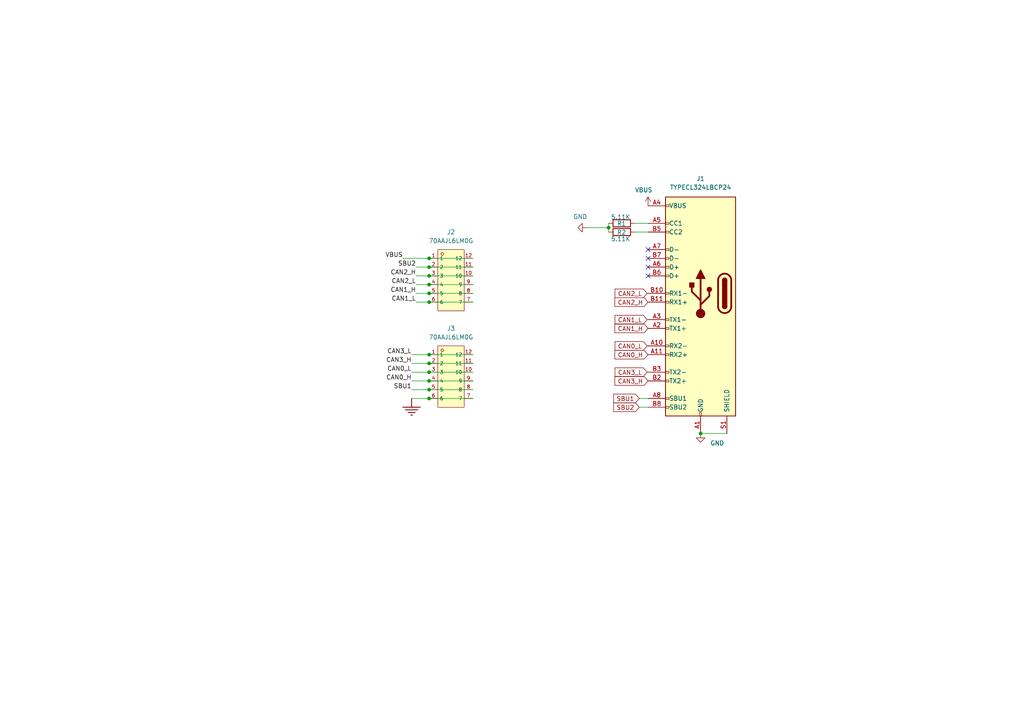
<source format=kicad_sch>
(kicad_sch (version 20250114) (generator "eeschema") (generator_version "9.0")
  (paper "A4")
  (lib_symbols
    (symbol "C3X Board-altium-import:GND" (power)
      (property "Reference" "#PWR" (at 0 0 0))
      (property "Value" "GND" (at 0 6.35 0))
      (symbol "GND_0_0"
        (polyline (pts (xy -2.54 -2.54) (xy 2.54 -2.54)) (stroke (width 0.254)))
        (polyline (pts (xy -1.778 -3.302) (xy 1.778 -3.302)) (stroke (width 0.254)))
        (polyline (pts (xy -1.016 -4.064) (xy 1.016 -4.064)) (stroke (width 0.254)))
        (polyline (pts (xy -0.254 -4.826) (xy 0.254 -4.826)) (stroke (width 0.254)))
        (polyline (pts (xy 0 0) (xy 0 -2.54)) (stroke (width 0.254)))
        (pin power_in line (at 0 0 0) (length 0) (hide yes) (name "GND") (number ""))
      )
    )
    (symbol "Connector:USB_C_Receptacle" (pin_names (offset 1.016))
      (property "Reference" "J" (at -10.16 29.21 0))
      (property "Value" "USB_C_Receptacle" (at 10.16 29.21 0))
      (symbol "USB_C_Receptacle_0_0"
        (rectangle (start -0.254 -35.56) (end 0.254 -34.544))
        (rectangle (start 10.16 25.654) (end 9.144 25.146))
        (rectangle (start 10.16 20.574) (end 9.144 20.066))
        (rectangle (start 10.16 18.034) (end 9.144 17.526))
        (rectangle (start 10.16 12.954) (end 9.144 12.446))
        (rectangle (start 10.16 10.414) (end 9.144 9.906))
        (rectangle (start 10.16 7.874) (end 9.144 7.366))
        (rectangle (start 10.16 5.334) (end 9.144 4.826))
        (rectangle (start 10.16 0.254) (end 9.144 -0.254))
        (rectangle (start 10.16 -2.286) (end 9.144 -2.794))
        (rectangle (start 10.16 -7.366) (end 9.144 -7.874))
        (rectangle (start 10.16 -9.906) (end 9.144 -10.414))
        (rectangle (start 10.16 -14.986) (end 9.144 -15.494))
        (rectangle (start 10.16 -17.526) (end 9.144 -18.034))
        (rectangle (start 10.16 -22.606) (end 9.144 -23.114))
        (rectangle (start 10.16 -25.146) (end 9.144 -25.654))
        (rectangle (start 10.16 -30.226) (end 9.144 -30.734))
        (rectangle (start 10.16 -32.766) (end 9.144 -33.274))
      )
      (symbol "USB_C_Receptacle_0_1"
        (rectangle (start -10.16 27.94) (end 10.16 -35.56) (stroke (width 0.254)) (fill (type background)))
        (polyline (pts (xy -8.89 -3.81) (xy -8.89 3.81)) (stroke (width 0.508)))
        (rectangle (start -7.62 -3.81) (end -6.35 3.81) (stroke (width 0.254)) (fill (type outline)))
        (arc (start -7.62 3.81) (mid -6.985 4.4423) (end -6.35 3.81) (stroke (width 0.254)))
        (arc (start -7.62 3.81) (mid -6.985 4.4423) (end -6.35 3.81) (stroke (width 0.254)) (fill (type outline)))
        (arc (start -8.89 3.81) (mid -6.985 5.7067) (end -5.08 3.81) (stroke (width 0.508)))
        (arc (start -5.08 -3.81) (mid -6.985 -5.7067) (end -8.89 -3.81) (stroke (width 0.508)))
        (arc (start -6.35 -3.81) (mid -6.985 -4.4423) (end -7.62 -3.81) (stroke (width 0.254)))
        (arc (start -6.35 -3.81) (mid -6.985 -4.4423) (end -7.62 -3.81) (stroke (width 0.254)) (fill (type outline)))
        (polyline (pts (xy -5.08 3.81) (xy -5.08 -3.81)) (stroke (width 0.508)))
      )
      (symbol "USB_C_Receptacle_1_1"
        (circle (center -2.54 1.143) (radius 0.635) (stroke (width 0.254)) (fill (type outline)))
        (polyline (pts (xy -1.27 4.318) (xy 0 6.858) (xy 1.27 4.318) (xy -1.27 4.318)) (stroke (width 0.254)) (fill (type outline)))
        (polyline (pts (xy 0 -2.032) (xy 2.54 0.508) (xy 2.54 1.778)) (stroke (width 0.508)))
        (polyline (pts (xy 0 -3.302) (xy -2.54 -0.762) (xy -2.54 0.508)) (stroke (width 0.508)))
        (polyline (pts (xy 0 -5.842) (xy 0 4.318)) (stroke (width 0.508)))
        (circle (center 0 -5.842) (radius 1.27) (fill (type outline)))
        (rectangle (start 1.905 1.778) (end 3.175 3.048) (stroke (width 0.254)) (fill (type outline)))
        (pin passive line (at -7.62 -40.64 90) (length 5.08) (name "SHIELD") (number "S1"))
        (pin passive line (at 0 -40.64 90) (length 5.08) (name "GND") (number "A1"))
        (pin passive line (at 0 -40.64 90) (length 5.08) (hide yes) (name "GND") (number "A12"))
        (pin passive line (at 0 -40.64 90) (length 5.08) (hide yes) (name "GND") (number "B1"))
        (pin passive line (at 0 -40.64 90) (length 5.08) (hide yes) (name "GND") (number "B12"))
        (pin passive line (at 15.24 25.4 180) (length 5.08) (name "VBUS") (number "A4"))
        (pin passive line (at 15.24 25.4 180) (length 5.08) (hide yes) (name "VBUS") (number "A9"))
        (pin passive line (at 15.24 25.4 180) (length 5.08) (hide yes) (name "VBUS") (number "B4"))
        (pin passive line (at 15.24 25.4 180) (length 5.08) (hide yes) (name "VBUS") (number "B9"))
        (pin bidirectional line (at 15.24 20.32 180) (length 5.08) (name "CC1") (number "A5"))
        (pin bidirectional line (at 15.24 17.78 180) (length 5.08) (name "CC2") (number "B5"))
        (pin bidirectional line (at 15.24 12.7 180) (length 5.08) (name "D-") (number "A7"))
        (pin bidirectional line (at 15.24 10.16 180) (length 5.08) (name "D-") (number "B7"))
        (pin bidirectional line (at 15.24 7.62 180) (length 5.08) (name "D+") (number "A6"))
        (pin bidirectional line (at 15.24 5.08 180) (length 5.08) (name "D+") (number "B6"))
        (pin bidirectional line (at 15.24 0 180) (length 5.08) (name "RX1-") (number "B10"))
        (pin bidirectional line (at 15.24 -2.54 180) (length 5.08) (name "RX1+") (number "B11"))
        (pin bidirectional line (at 15.24 -7.62 180) (length 5.08) (name "TX1-") (number "A3"))
        (pin bidirectional line (at 15.24 -10.16 180) (length 5.08) (name "TX1+") (number "A2"))
        (pin bidirectional line (at 15.24 -15.24 180) (length 5.08) (name "RX2-") (number "A10"))
        (pin bidirectional line (at 15.24 -17.78 180) (length 5.08) (name "RX2+") (number "A11"))
        (pin bidirectional line (at 15.24 -22.86 180) (length 5.08) (name "TX2-") (number "B3"))
        (pin bidirectional line (at 15.24 -25.4 180) (length 5.08) (name "TX2+") (number "B2"))
        (pin bidirectional line (at 15.24 -30.48 180) (length 5.08) (name "SBU1") (number "A8"))
        (pin bidirectional line (at 15.24 -33.02 180) (length 5.08) (name "SBU2") (number "B8"))
      )
    )
    (symbol "Device:R" (pin_numbers (hide yes)) (pin_names (offset 0))
      (property "Reference" "R" (at 2.032 0 90))
      (property "Value" "R" (at 0 0 90))
      (symbol "R_0_1"
        (rectangle (start -1.016 -2.54) (end 1.016 2.54) (stroke (width 0.254)))
      )
      (symbol "R_1_1"
        (pin passive line (at 0 3.81 270) (length 1.27) (name "~") (number "1"))
        (pin passive line (at 0 -3.81 90) (length 1.27) (name "~") (number "2"))
      )
    )
    (symbol "jlc:70AAJ-6-M0G"
      (property "Reference" "U" (at 0 1.27 0))
      (property "Value" "70AAJ-6-M0G" (at 0 -2.54 0))
      (symbol "70AAJ-6-M0G_0_1"
        (rectangle (start -8.89 3.81) (end 8.89 -3.81) (fill (type background)))
        (circle (center -7.62 -2.54) (radius 0.381) (fill (type background)))
        (pin unspecified line (at -6.35 6.35 270) (length 2.54) (name "12") (number "12"))
        (pin unspecified line (at -6.35 -6.35 90) (length 2.54) (name "1") (number "1"))
        (pin unspecified line (at -3.81 6.35 270) (length 2.54) (name "11") (number "11"))
        (pin unspecified line (at -3.81 -6.35 90) (length 2.54) (name "2") (number "2"))
        (pin unspecified line (at -1.27 6.35 270) (length 2.54) (name "10") (number "10"))
        (pin unspecified line (at -1.27 -6.35 90) (length 2.54) (name "3") (number "3"))
        (pin unspecified line (at 1.27 6.35 270) (length 2.54) (name "9") (number "9"))
        (pin unspecified line (at 1.27 -6.35 90) (length 2.54) (name "4") (number "4"))
        (pin unspecified line (at 3.81 6.35 270) (length 2.54) (name "8") (number "8"))
        (pin unspecified line (at 3.81 -6.35 90) (length 2.54) (name "5") (number "5"))
        (pin unspecified line (at 6.35 6.35 270) (length 2.54) (name "7") (number "7"))
        (pin unspecified line (at 6.35 -6.35 90) (length 2.54) (name "6") (number "6"))
      )
    )
    (symbol "power:+12V" (power) (pin_names (offset 0))
      (property "Value" "+12V" (at 0 3.556 0))
      (symbol "+12V_0_1"
        (polyline (pts (xy -0.762 1.27) (xy 0 2.54)))
        (polyline (pts (xy 0 2.54) (xy 0.762 1.27)))
        (polyline (pts (xy 0 0) (xy 0 2.54)))
      )
      (symbol "+12V_1_1"
        (pin power_in line (at 0 0 90) (length 0) (hide yes) (name "+12V") (number "1"))
      )
    )
    (symbol "power:GND" (power) (pin_names (offset 0))
      (property "Value" "GND" (at 0 -3.81 0))
      (symbol "GND_0_1"
        (polyline (pts (xy 0 0) (xy 0 -1.27) (xy 1.27 -1.27) (xy 0 -2.54) (xy -1.27 -1.27) (xy 0 -1.27)))
      )
      (symbol "GND_1_1"
        (pin power_in line (at 0 0 270) (length 0) (hide yes) (name "GND") (number "1"))
      )
    )
  )
  (junction (at 124.46 82.55))
  (junction (at 176.53 66.04))
  (junction (at 124.46 113.03))
  (junction (at 124.46 80.01))
  (junction (at 124.46 87.63))
  (junction (at 124.46 115.57))
  (junction (at 124.46 85.09))
  (junction (at 124.46 110.49))
  (junction (at 124.46 74.93))
  (junction (at 124.46 107.95))
  (junction (at 124.46 105.41))
  (junction (at 203.2 125.73))
  (junction (at 124.46 102.87))
  (junction (at 124.46 77.47))
  (no_connect (at 187.96 74.93))
  (no_connect (at 187.96 80.01))
  (no_connect (at 187.96 72.39))
  (no_connect (at 187.96 77.47))
  (wire (pts (xy 120.65 82.55) (xy 124.46 82.55)))
  (wire (pts (xy 119.38 105.41) (xy 124.46 105.41)))
  (wire (pts (xy 124.46 87.63) (xy 137.16 87.63)))
  (wire (pts (xy 116.84 74.93) (xy 124.46 74.93)))
  (wire (pts (xy 124.46 77.47) (xy 137.16 77.47)))
  (wire (pts (xy 119.38 107.95) (xy 124.46 107.95)))
  (wire (pts (xy 124.46 113.03) (xy 137.16 113.03)))
  (wire (pts (xy 187.706 92.71) (xy 187.96 92.71)))
  (wire (pts (xy 176.53 66.04) (xy 176.53 67.31)))
  (wire (pts (xy 120.65 87.63) (xy 124.46 87.63)))
  (wire (pts (xy 187.706 100.33) (xy 187.96 100.33)))
  (wire (pts (xy 187.96 115.57) (xy 185.42 115.57)))
  (wire (pts (xy 184.15 67.31) (xy 187.96 67.31)))
  (wire (pts (xy 203.2 125.73) (xy 210.82 125.73)))
  (wire (pts (xy 119.38 115.57) (xy 124.46 115.57)))
  (wire (pts (xy 120.65 77.47) (xy 124.46 77.47)))
  (wire (pts (xy 119.38 102.87) (xy 124.46 102.87)))
  (wire (pts (xy 124.46 105.41) (xy 137.16 105.41)))
  (wire (pts (xy 119.38 110.49) (xy 124.46 110.49)))
  (wire (pts (xy 184.15 64.77) (xy 187.96 64.77)))
  (wire (pts (xy 124.46 107.95) (xy 137.16 107.95)))
  (wire (pts (xy 119.38 113.03) (xy 124.46 113.03)))
  (wire (pts (xy 124.46 74.93) (xy 137.16 74.93)))
  (wire (pts (xy 124.46 115.57) (xy 137.16 115.57)))
  (wire (pts (xy 124.46 85.09) (xy 137.16 85.09)))
  (wire (pts (xy 187.706 85.09) (xy 187.96 85.09)))
  (wire (pts (xy 124.46 110.49) (xy 137.16 110.49)))
  (wire (pts (xy 120.65 80.01) (xy 124.46 80.01)))
  (wire (pts (xy 170.18 66.04) (xy 176.53 66.04)))
  (wire (pts (xy 176.53 64.77) (xy 176.53 66.04)))
  (wire (pts (xy 124.46 82.55) (xy 137.16 82.55)))
  (wire (pts (xy 124.46 102.87) (xy 137.16 102.87)))
  (wire (pts (xy 187.96 118.11) (xy 185.42 118.11)))
  (wire (pts (xy 124.46 80.01) (xy 137.16 80.01)))
  (wire (pts (xy 187.706 107.95) (xy 187.96 107.95)))
  (wire (pts (xy 120.65 85.09) (xy 124.46 85.09)))
  (label "SBU2" (at 120.65 77.47 180))
  (label "CAN2_H" (at 120.65 80.01 180))
  (label "CAN0_H" (at 119.38 110.49 180))
  (label "CAN0_L" (at 119.38 107.95 180))
  (label "VBUS" (at 116.84 74.93 180))
  (label "CAN3_L" (at 119.38 102.87 180))
  (label "SBU1" (at 119.38 113.03 180))
  (label "CAN1_H" (at 120.65 85.09 180))
  (label "CAN1_L" (at 120.65 87.63 180))
  (label "CAN3_H" (at 119.38 105.41 180))
  (label "CAN2_L" (at 120.65 82.55 180))
  (global_label "SBU2" (shape input) (at 185.42 118.11 180) (property "Intersheetrefs" "${INTERSHEET_REFS}" (effects (hide yes))))
  (global_label "CAN0_H" (shape input) (at 187.96 102.87 180) (property "Intersheetrefs" "${INTERSHEET_REFS}" (effects (hide yes))))
  (global_label "CAN0_L" (shape input) (at 187.706 100.33 180) (property "Intersheetrefs" "${INTERSHEET_REFS}" (effects (hide yes))))
  (global_label "CAN1_L" (shape input) (at 187.706 92.71 180) (property "Intersheetrefs" "${INTERSHEET_REFS}" (effects (hide yes))))
  (global_label "CAN3_H" (shape input) (at 187.96 110.49 180) (property "Intersheetrefs" "${INTERSHEET_REFS}" (effects (hide yes))))
  (global_label "CAN1_H" (shape input) (at 187.96 95.25 180) (property "Intersheetrefs" "${INTERSHEET_REFS}" (effects (hide yes))))
  (global_label "CAN2_L" (shape input) (at 187.706 85.09 180) (property "Intersheetrefs" "${INTERSHEET_REFS}" (effects (hide yes))))
  (global_label "SBU1" (shape input) (at 185.42 115.57 180) (property "Intersheetrefs" "${INTERSHEET_REFS}" (effects (hide yes))))
  (global_label "CAN3_L" (shape input) (at 187.706 107.95 180) (property "Intersheetrefs" "${INTERSHEET_REFS}" (effects (hide yes))))
  (global_label "CAN2_H" (shape input) (at 187.96 87.63 180) (property "Intersheetrefs" "${INTERSHEET_REFS}" (effects (hide yes))))
  (symbol (lib_id "C3X Board-altium-import:GND") (at 119.38 115.57 0) (unit 1)
    (property "Reference" "#PWR021" (effects (hide yes)))
    (property "Value" "GND" (effects (hide yes)))
    (property "Description" "Power symbol creates a global label with name 'GND'" (effects (hide yes)))
  )
  (symbol (lib_id "Device:R") (at 180.34 64.77 90) (unit 1)
    (property "Reference" "R1" (at 181.61 64.135 90) (effects (justify left bottom)))
    (property "Value" "5.11K" (at 182.88 62.23 90) (effects (justify left bottom)))
    (property "Footprint" "Resistor_SMD:R_0402_1005Metric" (effects (hide yes)))
    (property "Description" "Resistor" (effects (hide yes)))
    (property "LCSC Part #" "C25905" (effects (hide yes)))
  )
  (symbol (lib_id "jlc:70AAJ-6-M0G") (at 130.81 81.28 270) (unit 1)
    (property "Reference" "J2" (at 130.81 67.31 90))
    (property "Value" "70AAJL6LM0G" (at 130.81 69.85 90))
    (property "Footprint" "jlc:CONN-SMD_12P-P2.54_70AAJ-6-M0G" (effects (hide yes)))
    (property "Datasheet" "https://www.bourns.com/docs/product-datasheets/70aam.pdf?sfvrsn=908281f1_13" (effects (hide yes)))
    (property "LCSC" "C5137163" (effects (hide yes)))
  )
  (symbol (lib_id "Device:R") (at 180.34 67.31 90) (unit 1)
    (property "Reference" "R2" (at 181.61 66.675 90) (effects (justify left bottom)))
    (property "Value" "5.11K" (at 182.88 68.58 90) (effects (justify left bottom)))
    (property "Footprint" "Resistor_SMD:R_0402_1005Metric" (effects (hide yes)))
    (property "Description" "Resistor" (effects (hide yes)))
    (property "LCSC Part #" "C25905" (effects (hide yes)))
  )
  (symbol (lib_id "power:GND") (at 203.2 125.73 0) (mirror y) (unit 1)
    (property "Reference" "#PWR02" (effects (hide yes)))
    (property "Value" "GND" (at 208.026 128.524 0))
  )
  (symbol (lib_id "jlc:70AAJ-6-M0G") (at 130.81 109.22 270) (unit 1)
    (property "Reference" "J3" (at 130.81 95.25 90))
    (property "Value" "70AAJL6LM0G" (at 130.81 97.79 90))
    (property "Footprint" "jlc:CONN-SMD_12P-P2.54_70AAJ-6-M0G" (effects (hide yes)))
    (property "Datasheet" "https://www.bourns.com/docs/product-datasheets/70aam.pdf?sfvrsn=908281f1_13" (effects (hide yes)))
    (property "LCSC" "C5137163" (effects (hide yes)))
  )
  (symbol (lib_id "power:GND") (at 170.18 66.04 270) (mirror x) (unit 1)
    (property "Reference" "#PWR03" (effects (hide yes)))
    (property "Value" "GND" (at 168.275 62.865 90))
  )
  (symbol (lib_id "power:+12V") (at 187.96 59.69 0) (unit 1)
    (property "Reference" "#PWR01" (effects (hide yes)))
    (property "Value" "VBUS" (at 186.69 55.118 0))
  )
  (symbol (lib_id "Connector:USB_C_Receptacle") (at 203.2 85.09 0) (mirror y) (unit 1)
    (property "Reference" "J1" (at 203.2 51.816 0))
    (property "Value" "TYPECL324LBCP24" (at 203.2 54.356 0))
    (property "Footprint" "jlc:USB-SMD_HC-TYPE-C-24P-CP1.0-5A-L10.45-01" (effects (hide yes)))
    (property "Datasheet" "https://wmsc.lcsc.com/wmsc/upload/file/pdf/v2/lcsc/1912111437_HOOYA-USB-307HG-B-SU_C309352.pdf" (effects (hide yes)))
    (property "Description" "C2835314 would be too high" (effects (hide yes)))
    (property "LCSC" "C5345938" (effects (hide yes)))
    (property "FT Rotation Offset" "180" (effects (hide yes)))
  )
)
</source>
